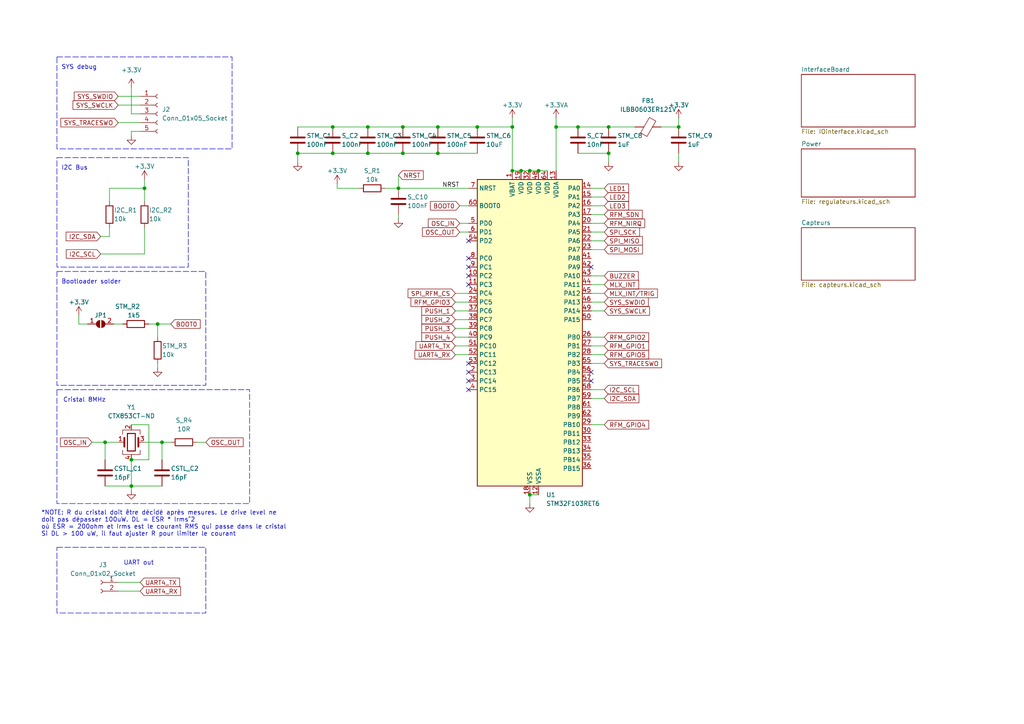
<source format=kicad_sch>
(kicad_sch (version 20231120) (generator "eeschema") (generator_version "8.0")
  (paper "A4")
  (title_block (title "IdeFIX") (rev "v2") (company "GAUL"))
  (lib_symbols
    (symbol "Connector:Conn_01x02_Socket" (pin_names (offset 1.016) hide)
      (property "Reference" "J" (at 0 2.54 0))
      (property "Value" "Conn_01x02_Socket" (at 0 -5.08 0))
      (symbol "Conn_01x02_Socket_1_1"
        (arc (start 0 -2.032) (mid -0.5058 -2.54) (end 0 -3.048) (stroke (width 0.1524)))
        (polyline (pts (xy -1.27 -2.54) (xy -0.508 -2.54)) (stroke (width 0.1524)))
        (polyline (pts (xy -1.27 0) (xy -0.508 0)) (stroke (width 0.1524)))
        (arc (start 0 0.508) (mid -0.5058 0) (end 0 -0.508) (stroke (width 0.1524)))
        (pin passive line (at -5.08 0 0) (length 3.81) (name "Pin_1") (number "1"))
        (pin passive line (at -5.08 -2.54 0) (length 3.81) (name "Pin_2") (number "2"))
      )
    )
    (symbol "Connector:Conn_01x05_Socket" (pin_names (offset 1.016) hide)
      (property "Reference" "J" (at 0 7.62 0))
      (property "Value" "Conn_01x05_Socket" (at 0 -7.62 0))
      (symbol "Conn_01x05_Socket_1_1"
        (arc (start 0 -4.572) (mid -0.5058 -5.08) (end 0 -5.588) (stroke (width 0.1524)))
        (arc (start 0 -2.032) (mid -0.5058 -2.54) (end 0 -3.048) (stroke (width 0.1524)))
        (polyline (pts (xy -1.27 -5.08) (xy -0.508 -5.08)) (stroke (width 0.1524)))
        (polyline (pts (xy -1.27 -2.54) (xy -0.508 -2.54)) (stroke (width 0.1524)))
        (polyline (pts (xy -1.27 0) (xy -0.508 0)) (stroke (width 0.1524)))
        (polyline (pts (xy -1.27 2.54) (xy -0.508 2.54)) (stroke (width 0.1524)))
        (polyline (pts (xy -1.27 5.08) (xy -0.508 5.08)) (stroke (width 0.1524)))
        (arc (start 0 0.508) (mid -0.5058 0) (end 0 -0.508) (stroke (width 0.1524)))
        (arc (start 0 3.048) (mid -0.5058 2.54) (end 0 2.032) (stroke (width 0.1524)))
        (arc (start 0 5.588) (mid -0.5058 5.08) (end 0 4.572) (stroke (width 0.1524)))
        (pin passive line (at -5.08 5.08 0) (length 3.81) (name "Pin_1") (number "1"))
        (pin passive line (at -5.08 2.54 0) (length 3.81) (name "Pin_2") (number "2"))
        (pin passive line (at -5.08 0 0) (length 3.81) (name "Pin_3") (number "3"))
        (pin passive line (at -5.08 -2.54 0) (length 3.81) (name "Pin_4") (number "4"))
        (pin passive line (at -5.08 -5.08 0) (length 3.81) (name "Pin_5") (number "5"))
      )
    )
    (symbol "Device:C" (pin_numbers hide) (pin_names (offset 0.254))
      (property "Reference" "C" (at 0.635 2.54 0))
      (property "Value" "C" (at 0.635 -2.54 0))
      (symbol "C_0_1"
        (polyline (pts (xy -2.032 -0.762) (xy 2.032 -0.762)) (stroke (width 0.508)))
        (polyline (pts (xy -2.032 0.762) (xy 2.032 0.762)) (stroke (width 0.508)))
      )
      (symbol "C_1_1"
        (pin passive line (at 0 3.81 270) (length 2.794) (name "~") (number "1"))
        (pin passive line (at 0 -3.81 90) (length 2.794) (name "~") (number "2"))
      )
    )
    (symbol "Device:Crystal_GND24" (pin_names (offset 1.016) hide)
      (property "Reference" "Y" (at 3.175 5.08 0))
      (property "Value" "Crystal_GND24" (at 3.175 3.175 0))
      (symbol "Crystal_GND24_0_1"
        (rectangle (start -1.143 2.54) (end 1.143 -2.54) (stroke (width 0.3048)))
        (polyline (pts (xy -2.54 0) (xy -2.032 0)))
        (polyline (pts (xy -2.032 -1.27) (xy -2.032 1.27)) (stroke (width 0.508)))
        (polyline (pts (xy 0 -3.81) (xy 0 -3.556)))
        (polyline (pts (xy 0 3.556) (xy 0 3.81)))
        (polyline (pts (xy 2.032 -1.27) (xy 2.032 1.27)) (stroke (width 0.508)))
        (polyline (pts (xy 2.032 0) (xy 2.54 0)))
        (polyline (pts (xy -2.54 -2.286) (xy -2.54 -3.556) (xy 2.54 -3.556) (xy 2.54 -2.286)))
        (polyline (pts (xy -2.54 2.286) (xy -2.54 3.556) (xy 2.54 3.556) (xy 2.54 2.286)))
      )
      (symbol "Crystal_GND24_1_1"
        (pin passive line (at -3.81 0 0) (length 1.27) (name "1") (number "1"))
        (pin passive line (at 0 5.08 270) (length 1.27) (name "2") (number "2"))
        (pin passive line (at 3.81 0 180) (length 1.27) (name "3") (number "3"))
        (pin passive line (at 0 -5.08 90) (length 1.27) (name "4") (number "4"))
      )
    )
    (symbol "Device:FerriteBead" (pin_numbers hide) (pin_names (offset 0))
      (property "Reference" "FB" (at -3.81 0.635 90))
      (property "Value" "FerriteBead" (at 3.81 0 90))
      (symbol "FerriteBead_0_1"
        (polyline (pts (xy 0 -1.27) (xy 0 -1.2192)))
        (polyline (pts (xy 0 1.27) (xy 0 1.2954)))
        (polyline (pts (xy -2.7686 0.4064) (xy -1.7018 2.2606) (xy 2.7686 -0.3048) (xy 1.6764 -2.159) (xy -2.7686 0.4064)))
      )
      (symbol "FerriteBead_1_1"
        (pin passive line (at 0 3.81 270) (length 2.54) (name "~") (number "1"))
        (pin passive line (at 0 -3.81 90) (length 2.54) (name "~") (number "2"))
      )
    )
    (symbol "Device:R" (pin_numbers hide) (pin_names (offset 0))
      (property "Reference" "R" (at 2.032 0 90))
      (property "Value" "R" (at 0 0 90))
      (symbol "R_0_1"
        (rectangle (start -1.016 -2.54) (end 1.016 2.54) (stroke (width 0.254)))
      )
      (symbol "R_1_1"
        (pin passive line (at 0 3.81 270) (length 1.27) (name "~") (number "1"))
        (pin passive line (at 0 -3.81 90) (length 1.27) (name "~") (number "2"))
      )
    )
    (symbol "Jumper:SolderJumper_2_Open" (pin_names (offset 0) hide)
      (property "Reference" "JP" (at 0 2.032 0))
      (property "Value" "SolderJumper_2_Open" (at 0 -2.54 0))
      (symbol "SolderJumper_2_Open_0_1"
        (arc (start -0.254 1.016) (mid -1.2656 0) (end -0.254 -1.016))
        (arc (start -0.254 1.016) (mid -1.2656 0) (end -0.254 -1.016) (fill (type outline)))
        (polyline (pts (xy -0.254 1.016) (xy -0.254 -1.016)))
        (polyline (pts (xy 0.254 1.016) (xy 0.254 -1.016)))
        (arc (start 0.254 -1.016) (mid 1.2656 0) (end 0.254 1.016))
        (arc (start 0.254 -1.016) (mid 1.2656 0) (end 0.254 1.016) (fill (type outline)))
      )
      (symbol "SolderJumper_2_Open_1_1"
        (pin passive line (at -3.81 0 0) (length 2.54) (name "A") (number "1"))
        (pin passive line (at 3.81 0 180) (length 2.54) (name "B") (number "2"))
      )
    )
    (symbol "power:+3.3V" (power) (pin_names (offset 0))
      (property "Value" "+3.3V" (at 0 3.556 0))
      (symbol "+3.3V_0_1"
        (polyline (pts (xy -0.762 1.27) (xy 0 2.54)))
        (polyline (pts (xy 0 0) (xy 0 2.54)))
        (polyline (pts (xy 0 2.54) (xy 0.762 1.27)))
      )
      (symbol "+3.3V_1_1"
        (pin power_in line (at 0 0 90) (length 0) hide (name "+3.3V") (number "1"))
      )
    )
    (symbol "power:+3.3VA" (power) (pin_names (offset 0))
      (property "Value" "+3.3VA" (at 0 3.556 0))
      (symbol "+3.3VA_0_1"
        (polyline (pts (xy -0.762 1.27) (xy 0 2.54)))
        (polyline (pts (xy 0 0) (xy 0 2.54)))
        (polyline (pts (xy 0 2.54) (xy 0.762 1.27)))
      )
      (symbol "+3.3VA_1_1"
        (pin power_in line (at 0 0 90) (length 0) hide (name "+3.3VA") (number "1"))
      )
    )
    (symbol "power:GND" (power) (pin_names (offset 0))
      (property "Value" "GND" (at 0 -3.81 0))
      (symbol "GND_0_1"
        (polyline (pts (xy 0 0) (xy 0 -1.27) (xy 1.27 -1.27) (xy 0 -2.54) (xy -1.27 -1.27) (xy 0 -1.27)))
      )
      (symbol "GND_1_1"
        (pin power_in line (at 0 0 270) (length 0) hide (name "GND") (number "1"))
      )
    )
    (symbol "symbol-receiver:STM32F103RET6"
      (property "Reference" "U" (at -15.24 46.99 0))
      (property "Value" "STM32F103RET6" (at 10.16 46.99 0))
      (symbol "STM32F103RET6_0_1"
        (rectangle (start -15.24 -43.18) (end 15.24 45.72) (stroke (width 0.254)) (fill (type background)))
      )
      (symbol "STM32F103RET6_1_1"
        (pin power_in line (at -5.08 48.26 270) (length 2.54) (name "VBAT") (number "1"))
        (pin bidirectional line (at -17.78 17.78 0) (length 2.54) (name "PC2") (number "10"))
        (pin bidirectional line (at -17.78 15.24 0) (length 2.54) (name "PC3") (number "11"))
        (pin power_in line (at 2.54 -45.72 90) (length 2.54) (name "VSSA") (number "12"))
        (pin power_in line (at 7.62 48.26 270) (length 2.54) (name "VDDA") (number "13"))
        (pin bidirectional line (at 17.78 43.18 180) (length 2.54) (name "PA0") (number "14"))
        (pin bidirectional line (at 17.78 40.64 180) (length 2.54) (name "PA1") (number "15"))
        (pin bidirectional line (at 17.78 38.1 180) (length 2.54) (name "PA2") (number "16"))
        (pin bidirectional line (at 17.78 35.56 180) (length 2.54) (name "PA3") (number "17"))
        (pin power_in line (at 0 -45.72 90) (length 2.54) (name "VSS") (number "18"))
        (pin power_in line (at -2.54 48.26 270) (length 2.54) (name "VDD") (number "19"))
        (pin bidirectional line (at -17.78 -10.16 0) (length 2.54) (name "PC13") (number "2"))
        (pin bidirectional line (at 17.78 33.02 180) (length 2.54) (name "PA4") (number "20"))
        (pin bidirectional line (at 17.78 30.48 180) (length 2.54) (name "PA5") (number "21"))
        (pin bidirectional line (at 17.78 27.94 180) (length 2.54) (name "PA6") (number "22"))
        (pin bidirectional line (at 17.78 25.4 180) (length 2.54) (name "PA7") (number "23"))
        (pin bidirectional line (at -17.78 12.7 0) (length 2.54) (name "PC4") (number "24"))
        (pin bidirectional line (at -17.78 10.16 0) (length 2.54) (name "PC5") (number "25"))
        (pin bidirectional line (at 17.78 0 180) (length 2.54) (name "PB0") (number "26"))
        (pin bidirectional line (at 17.78 -2.54 180) (length 2.54) (name "PB1") (number "27"))
        (pin bidirectional line (at 17.78 -5.08 180) (length 2.54) (name "PB2") (number "28"))
        (pin bidirectional line (at 17.78 -25.4 180) (length 2.54) (name "PB10") (number "29"))
        (pin bidirectional line (at -17.78 -12.7 0) (length 2.54) (name "PC14") (number "3"))
        (pin bidirectional line (at 17.78 -27.94 180) (length 2.54) (name "PB11") (number "30"))
        (pin passive line (at 0 -45.72 90) (length 2.54) hide (name "VSS") (number "31"))
        (pin power_in line (at 0 48.26 270) (length 2.54) (name "VDD") (number "32"))
        (pin bidirectional line (at 17.78 -30.48 180) (length 2.54) (name "PB12") (number "33"))
        (pin bidirectional line (at 17.78 -33.02 180) (length 2.54) (name "PB13") (number "34"))
        (pin bidirectional line (at 17.78 -35.56 180) (length 2.54) (name "PB14") (number "35"))
        (pin bidirectional line (at 17.78 -38.1 180) (length 2.54) (name "PB15") (number "36"))
        (pin bidirectional line (at -17.78 7.62 0) (length 2.54) (name "PC6") (number "37"))
        (pin bidirectional line (at -17.78 5.08 0) (length 2.54) (name "PC7") (number "38"))
        (pin bidirectional line (at -17.78 2.54 0) (length 2.54) (name "PC8") (number "39"))
        (pin bidirectional line (at -17.78 -15.24 0) (length 2.54) (name "PC15") (number "4"))
        (pin bidirectional line (at -17.78 0 0) (length 2.54) (name "PC9") (number "40"))
        (pin bidirectional line (at 17.78 22.86 180) (length 2.54) (name "PA8") (number "41"))
        (pin bidirectional line (at 17.78 20.32 180) (length 2.54) (name "PA9") (number "42"))
        (pin bidirectional line (at 17.78 17.78 180) (length 2.54) (name "PA10") (number "43"))
        (pin bidirectional line (at 17.78 15.24 180) (length 2.54) (name "PA11") (number "44"))
        (pin bidirectional line (at 17.78 12.7 180) (length 2.54) (name "PA12") (number "45"))
        (pin bidirectional line (at 17.78 10.16 180) (length 2.54) (name "PA13") (number "46"))
        (pin passive line (at 0 -45.72 90) (length 2.54) hide (name "VSS") (number "47"))
        (pin power_in line (at 2.54 48.26 270) (length 2.54) (name "VDD") (number "48"))
        (pin bidirectional line (at 17.78 7.62 180) (length 2.54) (name "PA14") (number "49"))
        (pin bidirectional line (at -17.78 33.02 0) (length 2.54) (name "PD0") (number "5"))
        (pin bidirectional line (at 17.78 5.08 180) (length 2.54) (name "PA15") (number "50"))
        (pin bidirectional line (at -17.78 -2.54 0) (length 2.54) (name "PC10") (number "51"))
        (pin bidirectional line (at -17.78 -5.08 0) (length 2.54) (name "PC11") (number "52"))
        (pin bidirectional line (at -17.78 -7.62 0) (length 2.54) (name "PC12") (number "53"))
        (pin bidirectional line (at -17.78 27.94 0) (length 2.54) (name "PD2") (number "54"))
        (pin bidirectional line (at 17.78 -7.62 180) (length 2.54) (name "PB3") (number "55"))
        (pin bidirectional line (at 17.78 -10.16 180) (length 2.54) (name "PB4") (number "56"))
        (pin bidirectional line (at 17.78 -12.7 180) (length 2.54) (name "PB5") (number "57"))
        (pin bidirectional line (at 17.78 -15.24 180) (length 2.54) (name "PB6") (number "58"))
        (pin bidirectional line (at 17.78 -17.78 180) (length 2.54) (name "PB7") (number "59"))
        (pin bidirectional line (at -17.78 30.48 0) (length 2.54) (name "PD1") (number "6"))
        (pin input line (at -17.78 38.1 0) (length 2.54) (name "BOOT0") (number "60"))
        (pin bidirectional line (at 17.78 -20.32 180) (length 2.54) (name "PB8") (number "61"))
        (pin bidirectional line (at 17.78 -22.86 180) (length 2.54) (name "PB9") (number "62"))
        (pin passive line (at 0 -45.72 90) (length 2.54) hide (name "VSS") (number "63"))
        (pin power_in line (at 5.08 48.26 270) (length 2.54) (name "VDD") (number "64"))
        (pin input line (at -17.78 43.18 0) (length 2.54) (name "NRST") (number "7"))
        (pin bidirectional line (at -17.78 22.86 0) (length 2.54) (name "PC0") (number "8"))
        (pin bidirectional line (at -17.78 20.32 0) (length 2.54) (name "PC1") (number "9"))
      )
    )
  )
  (junction (at 106.68 36.83))
  (junction (at 176.53 36.83))
  (junction (at 156.21 49.53))
  (junction (at 148.59 36.83))
  (junction (at 30.48 128.27))
  (junction (at 161.29 36.83))
  (junction (at 45.72 93.98))
  (junction (at 96.52 36.83))
  (junction (at 153.67 143.51))
  (junction (at 116.84 44.45))
  (junction (at 96.52 44.45))
  (junction (at 148.59 49.53))
  (junction (at 86.36 44.45))
  (junction (at 116.84 36.83))
  (junction (at 41.91 54.61))
  (junction (at 106.68 44.45))
  (junction (at 151.13 49.53))
  (junction (at 127 44.45))
  (junction (at 46.99 128.27))
  (junction (at 115.57 54.61))
  (junction (at 38.1 133.35))
  (junction (at 196.85 36.83))
  (junction (at 38.1 140.97))
  (junction (at 138.43 36.83))
  (junction (at 167.64 36.83))
  (junction (at 153.67 49.53))
  (junction (at 176.53 44.45))
  (junction (at 127 36.83))
  (no_connect (at 135.89 77.47))
  (no_connect (at 135.89 69.85))
  (no_connect (at 135.89 82.55))
  (no_connect (at 171.45 77.47))
  (no_connect (at 135.89 105.41))
  (no_connect (at 135.89 110.49))
  (no_connect (at 171.45 110.49))
  (no_connect (at 135.89 80.01))
  (no_connect (at 135.89 74.93))
  (no_connect (at 135.89 107.95))
  (no_connect (at 135.89 113.03))
  (no_connect (at 171.45 107.95))
  (wire (pts (xy 153.67 49.53) (xy 156.21 49.53)))
  (wire (pts (xy 171.45 115.57) (xy 175.26 115.57)))
  (wire (pts (xy 86.36 44.45) (xy 86.36 46.99)))
  (wire (pts (xy 167.64 36.83) (xy 176.53 36.83)))
  (wire (pts (xy 45.72 105.41) (xy 45.72 106.68)))
  (wire (pts (xy 191.77 36.83) (xy 196.85 36.83)))
  (wire (pts (xy 97.79 54.61) (xy 104.14 54.61)))
  (wire (pts (xy 171.45 80.01) (xy 175.26 80.01)))
  (wire (pts (xy 171.45 57.15) (xy 175.26 57.15)))
  (wire (pts (xy 38.1 140.97) (xy 38.1 133.35)))
  (wire (pts (xy 40.64 33.02) (xy 38.1 33.02)))
  (wire (pts (xy 176.53 36.83) (xy 184.15 36.83)))
  (wire (pts (xy 38.1 123.19) (xy 43.18 123.19)))
  (wire (pts (xy 38.1 39.37) (xy 38.1 38.1)))
  (wire (pts (xy 151.13 49.53) (xy 153.67 49.53)))
  (wire (pts (xy 22.86 93.98) (xy 25.4 93.98)))
  (wire (pts (xy 132.08 90.17) (xy 135.89 90.17)))
  (wire (pts (xy 171.45 97.79) (xy 175.26 97.79)))
  (wire (pts (xy 132.08 97.79) (xy 135.89 97.79)))
  (wire (pts (xy 31.75 54.61) (xy 41.91 54.61)))
  (wire (pts (xy 38.1 142.24) (xy 38.1 140.97)))
  (wire (pts (xy 34.29 168.91) (xy 40.64 168.91)))
  (wire (pts (xy 138.43 36.83) (xy 148.59 36.83)))
  (wire (pts (xy 45.72 93.98) (xy 45.72 97.79)))
  (wire (pts (xy 171.45 90.17) (xy 175.26 90.17)))
  (wire (pts (xy 153.67 143.51) (xy 153.67 146.05)))
  (wire (pts (xy 45.72 93.98) (xy 49.53 93.98)))
  (wire (pts (xy 30.48 140.97) (xy 38.1 140.97)))
  (wire (pts (xy 116.84 36.83) (xy 127 36.83)))
  (wire (pts (xy 196.85 34.29) (xy 196.85 36.83)))
  (wire (pts (xy 116.84 44.45) (xy 106.68 44.45)))
  (wire (pts (xy 171.45 64.77) (xy 175.26 64.77)))
  (wire (pts (xy 46.99 128.27) (xy 46.99 133.35)))
  (wire (pts (xy 34.29 27.94) (xy 40.64 27.94)))
  (wire (pts (xy 135.89 64.77) (xy 133.35 64.77)))
  (wire (pts (xy 43.18 123.19) (xy 43.18 133.35)))
  (wire (pts (xy 171.45 67.31) (xy 175.26 67.31)))
  (wire (pts (xy 30.48 128.27) (xy 34.29 128.27)))
  (wire (pts (xy 115.57 50.8) (xy 115.57 54.61)))
  (wire (pts (xy 171.45 82.55) (xy 175.26 82.55)))
  (wire (pts (xy 176.53 44.45) (xy 176.53 46.99)))
  (wire (pts (xy 127 36.83) (xy 138.43 36.83)))
  (wire (pts (xy 111.76 54.61) (xy 115.57 54.61)))
  (wire (pts (xy 38.1 38.1) (xy 40.64 38.1)))
  (wire (pts (xy 41.91 52.07) (xy 41.91 54.61)))
  (wire (pts (xy 171.45 85.09) (xy 175.26 85.09)))
  (wire (pts (xy 161.29 34.29) (xy 161.29 36.83)))
  (wire (pts (xy 29.21 73.66) (xy 41.91 73.66)))
  (wire (pts (xy 138.43 44.45) (xy 127 44.45)))
  (wire (pts (xy 171.45 113.03) (xy 175.26 113.03)))
  (wire (pts (xy 33.02 93.98) (xy 35.56 93.98)))
  (wire (pts (xy 133.35 67.31) (xy 135.89 67.31)))
  (wire (pts (xy 38.1 140.97) (xy 46.99 140.97)))
  (wire (pts (xy 132.08 92.71) (xy 135.89 92.71)))
  (wire (pts (xy 29.21 68.58) (xy 31.75 68.58)))
  (wire (pts (xy 132.08 100.33) (xy 135.89 100.33)))
  (wire (pts (xy 22.86 91.44) (xy 22.86 93.98)))
  (wire (pts (xy 106.68 44.45) (xy 96.52 44.45)))
  (wire (pts (xy 171.45 72.39) (xy 175.26 72.39)))
  (wire (pts (xy 148.59 34.29) (xy 148.59 36.83)))
  (wire (pts (xy 133.35 59.69) (xy 135.89 59.69)))
  (wire (pts (xy 86.36 36.83) (xy 96.52 36.83)))
  (wire (pts (xy 171.45 123.19) (xy 175.26 123.19)))
  (wire (pts (xy 34.29 35.56) (xy 40.64 35.56)))
  (wire (pts (xy 132.08 95.25) (xy 135.89 95.25)))
  (wire (pts (xy 132.08 87.63) (xy 135.89 87.63)))
  (wire (pts (xy 156.21 49.53) (xy 158.75 49.53)))
  (wire (pts (xy 171.45 59.69) (xy 175.26 59.69)))
  (wire (pts (xy 30.48 128.27) (xy 30.48 133.35)))
  (wire (pts (xy 171.45 105.41) (xy 175.26 105.41)))
  (wire (pts (xy 43.18 93.98) (xy 45.72 93.98)))
  (wire (pts (xy 97.79 53.34) (xy 97.79 54.61)))
  (wire (pts (xy 41.91 54.61) (xy 41.91 58.42)))
  (wire (pts (xy 96.52 36.83) (xy 106.68 36.83)))
  (wire (pts (xy 171.45 100.33) (xy 175.26 100.33)))
  (wire (pts (xy 171.45 102.87) (xy 175.26 102.87)))
  (wire (pts (xy 171.45 54.61) (xy 175.26 54.61)))
  (wire (pts (xy 57.15 128.27) (xy 59.69 128.27)))
  (wire (pts (xy 115.57 54.61) (xy 135.89 54.61)))
  (wire (pts (xy 153.67 143.51) (xy 156.21 143.51)))
  (wire (pts (xy 132.08 102.87) (xy 135.89 102.87)))
  (wire (pts (xy 34.29 30.48) (xy 40.64 30.48)))
  (wire (pts (xy 148.59 36.83) (xy 148.59 49.53)))
  (wire (pts (xy 38.1 25.4) (xy 38.1 33.02)))
  (wire (pts (xy 171.45 69.85) (xy 175.26 69.85)))
  (wire (pts (xy 96.52 44.45) (xy 86.36 44.45)))
  (wire (pts (xy 161.29 36.83) (xy 167.64 36.83)))
  (wire (pts (xy 148.59 49.53) (xy 151.13 49.53)))
  (wire (pts (xy 34.29 171.45) (xy 40.64 171.45)))
  (wire (pts (xy 41.91 128.27) (xy 46.99 128.27)))
  (wire (pts (xy 26.67 128.27) (xy 30.48 128.27)))
  (wire (pts (xy 46.99 128.27) (xy 49.53 128.27)))
  (wire (pts (xy 171.45 62.23) (xy 175.26 62.23)))
  (wire (pts (xy 127 44.45) (xy 116.84 44.45)))
  (wire (pts (xy 161.29 36.83) (xy 161.29 49.53)))
  (wire (pts (xy 41.91 73.66) (xy 41.91 66.04)))
  (wire (pts (xy 196.85 46.99) (xy 196.85 44.45)))
  (wire (pts (xy 31.75 58.42) (xy 31.75 54.61)))
  (wire (pts (xy 115.57 62.23) (xy 115.57 63.5)))
  (wire (pts (xy 167.64 44.45) (xy 176.53 44.45)))
  (wire (pts (xy 31.75 68.58) (xy 31.75 66.04)))
  (wire (pts (xy 43.18 133.35) (xy 38.1 133.35)))
  (wire (pts (xy 132.08 85.09) (xy 135.89 85.09)))
  (wire (pts (xy 106.68 36.83) (xy 116.84 36.83)))
  (wire (pts (xy 171.45 87.63) (xy 175.26 87.63)))
  (rectangle (start 16.51 16.51) (end 67.31 43.18) (stroke (width 0) (type dash)))
  (rectangle (start 16.51 78.74) (end 59.69 111.76) (stroke (width 0) (type dash)))
  (rectangle (start 16.51 158.75) (end 59.69 177.8) (stroke (width 0) (type dash)))
  (rectangle (start 16.51 113.03) (end 72.39 146.05) (stroke (width 0) (type dash)))
  (rectangle (start 16.51 45.72) (end 54.61 77.47) (stroke (width 0) (type dash)))
  (text "I2C Bus" (at 17.78 49.53 0) (effects (font (size 1.27 1.27)) (justify left bottom)))
  (text "Cristal 8MHz" (at 18.288 116.84 0) (effects (font (size 1.27 1.27)) (justify left bottom)))
  (text "Bootloader solder" (at 17.78 82.55 0) (effects (font (size 1.27 1.27)) (justify left bottom)))
  (text "SYS debug\n" (at 17.78 20.32 0) (effects (font (size 1.27 1.27)) (justify left bottom)))
  (text "*NOTE: R du cristal doit être décidé après mesures. Le drive level ne\ndoit pas dépasser 100uW. DL = ESR * Irms^2\noù ESR = 200ohm et Irms est le courant RMS qui passe dans le cristal\nSi DL > 100 uW, il faut ajuster R pour limiter le courant" (at 11.938 151.892 0) (effects (font (size 1.27 1.27)) (justify left)))
  (text "UART out\n" (at 35.814 164.084 0) (effects (font (size 1.27 1.27)) (justify left bottom)))
  (label "NRST" (at 128.27 54.61 0))
  (global_label "MLX_INT{slash}TRIG" (shape input) (at 175.26 85.09 0) (property "Intersheetrefs" "${INTERSHEET_REFS}" (effects (hide yes))))
  (global_label "SPI_RFM_CS" (shape input) (at 132.08 85.09 180) (property "Intersheetrefs" "${INTERSHEET_REFS}" (effects (hide yes))))
  (global_label "RFM_GPIO2" (shape input) (at 175.26 97.79 0) (property "Intersheetrefs" "${INTERSHEET_REFS}" (effects (hide yes))))
  (global_label "OSC_IN" (shape input) (at 26.67 128.27 180) (property "Intersheetrefs" "${INTERSHEET_REFS}" (effects (hide yes))))
  (global_label "PUSH_4" (shape input) (at 132.08 97.79 180) (property "Intersheetrefs" "${INTERSHEET_REFS}" (effects (hide yes))))
  (global_label "BOOT0" (shape input) (at 49.53 93.98 0) (property "Intersheetrefs" "${INTERSHEET_REFS}" (effects (hide yes))))
  (global_label "LED1" (shape input) (at 175.26 54.61 0) (property "Intersheetrefs" "${INTERSHEET_REFS}" (effects (hide yes))))
  (global_label "PUSH_3" (shape input) (at 132.08 95.25 180) (property "Intersheetrefs" "${INTERSHEET_REFS}" (effects (hide yes))))
  (global_label "I2C_SDA" (shape input) (at 29.21 68.58 180) (property "Intersheetrefs" "${INTERSHEET_REFS}" (effects (hide yes))))
  (global_label "RFM_GPIO5" (shape input) (at 175.26 102.87 0) (property "Intersheetrefs" "${INTERSHEET_REFS}" (effects (hide yes))))
  (global_label "I2C_SCL" (shape input) (at 29.21 73.66 180) (property "Intersheetrefs" "${INTERSHEET_REFS}" (effects (hide yes))))
  (global_label "UART4_RX" (shape input) (at 40.64 171.45 0) (property "Intersheetrefs" "${INTERSHEET_REFS}" (effects (hide yes))))
  (global_label "LED2" (shape input) (at 175.26 57.15 0) (property "Intersheetrefs" "${INTERSHEET_REFS}" (effects (hide yes))))
  (global_label "UART4_TX" (shape input) (at 40.64 168.91 0) (property "Intersheetrefs" "${INTERSHEET_REFS}" (effects (hide yes))))
  (global_label "I2C_SCL" (shape input) (at 175.26 113.03 0) (property "Intersheetrefs" "${INTERSHEET_REFS}" (effects (hide yes))))
  (global_label "SPI_MISO" (shape input) (at 175.26 69.85 0) (property "Intersheetrefs" "${INTERSHEET_REFS}" (effects (hide yes))))
  (global_label "PUSH_1" (shape input) (at 132.08 90.17 180) (property "Intersheetrefs" "${INTERSHEET_REFS}" (effects (hide yes))))
  (global_label "UART4_RX" (shape input) (at 132.08 102.87 180) (property "Intersheetrefs" "${INTERSHEET_REFS}" (effects (hide yes))))
  (global_label "BUZZER" (shape input) (at 175.26 80.01 0) (property "Intersheetrefs" "${INTERSHEET_REFS}" (effects (hide yes))))
  (global_label "SYS_TRACESWO" (shape input) (at 34.29 35.56 180) (property "Intersheetrefs" "${INTERSHEET_REFS}" (effects (hide yes))))
  (global_label "SYS_SWCLK" (shape input) (at 34.29 30.48 180) (property "Intersheetrefs" "${INTERSHEET_REFS}" (effects (hide yes))))
  (global_label "SPI_MOSI" (shape input) (at 175.26 72.39 0) (property "Intersheetrefs" "${INTERSHEET_REFS}" (effects (hide yes))))
  (global_label "RFM_GPIO4" (shape input) (at 175.26 123.19 0) (property "Intersheetrefs" "${INTERSHEET_REFS}" (effects (hide yes))))
  (global_label "SYS_TRACESWO" (shape input) (at 175.26 105.41 0) (property "Intersheetrefs" "${INTERSHEET_REFS}" (effects (hide yes))))
  (global_label "RFM_GPIO3" (shape input) (at 132.08 87.63 180) (property "Intersheetrefs" "${INTERSHEET_REFS}" (effects (hide yes))))
  (global_label "OSC_IN" (shape input) (at 133.35 64.77 180) (property "Intersheetrefs" "${INTERSHEET_REFS}" (effects (hide yes))))
  (global_label "NRST" (shape input) (at 115.57 50.8 0) (property "Intersheetrefs" "${INTERSHEET_REFS}" (effects (hide yes))))
  (global_label "SYS_SWDIO" (shape input) (at 34.29 27.94 180) (property "Intersheetrefs" "${INTERSHEET_REFS}" (effects (hide yes))))
  (global_label "MLX_INT" (shape input) (at 175.26 82.55 0) (property "Intersheetrefs" "${INTERSHEET_REFS}" (effects (hide yes))))
  (global_label "BOOT0" (shape input) (at 133.35 59.69 180) (property "Intersheetrefs" "${INTERSHEET_REFS}" (effects (hide yes))))
  (global_label "SYS_SWCLK" (shape input) (at 175.26 90.17 0) (property "Intersheetrefs" "${INTERSHEET_REFS}" (effects (hide yes))))
  (global_label "RFM_SDN" (shape input) (at 175.26 62.23 0) (property "Intersheetrefs" "${INTERSHEET_REFS}" (effects (hide yes))))
  (global_label "I2C_SDA" (shape input) (at 175.26 115.57 0) (property "Intersheetrefs" "${INTERSHEET_REFS}" (effects (hide yes))))
  (global_label "PUSH_2" (shape input) (at 132.08 92.71 180) (property "Intersheetrefs" "${INTERSHEET_REFS}" (effects (hide yes))))
  (global_label "UART4_TX" (shape input) (at 132.08 100.33 180) (property "Intersheetrefs" "${INTERSHEET_REFS}" (effects (hide yes))))
  (global_label "SPI_SCK" (shape input) (at 175.26 67.31 0) (property "Intersheetrefs" "${INTERSHEET_REFS}" (effects (hide yes))))
  (global_label "SYS_SWDIO" (shape input) (at 175.26 87.63 0) (property "Intersheetrefs" "${INTERSHEET_REFS}" (effects (hide yes))))
  (global_label "RFM_GPIO1" (shape input) (at 175.26 100.33 0) (property "Intersheetrefs" "${INTERSHEET_REFS}" (effects (hide yes))))
  (global_label "OSC_OUT" (shape input) (at 133.35 67.31 180) (property "Intersheetrefs" "${INTERSHEET_REFS}" (effects (hide yes))))
  (global_label "LED3" (shape input) (at 175.26 59.69 0) (property "Intersheetrefs" "${INTERSHEET_REFS}" (effects (hide yes))))
  (global_label "OSC_OUT" (shape input) (at 59.69 128.27 0) (property "Intersheetrefs" "${INTERSHEET_REFS}" (effects (hide yes))))
  (global_label "RFM_NIRQ" (shape input) (at 175.26 64.77 0) (property "Intersheetrefs" "${INTERSHEET_REFS}" (effects (hide yes))))
  (symbol (lib_id "symbol-receiver:STM32F103RET6") (at 153.67 97.79 0) (unit 1)
    (property "Reference" "U1" (at 158.4041 143.51 0) (effects (justify left)))
    (property "Value" "STM32F103RET6" (at 158.4041 146.05 0) (effects (justify left)))
    (property "Footprint" "Footprints:LQFP64-10x10mm" (effects (hide yes)))
    (property "Datasheet" "https://www.st.com/resource/en/datasheet/stm32f103re.pdf" (effects (hide yes)))
    (property "Digikey" "497-6444-ND" (effects (hide yes)))
  )
  (symbol (lib_id "power:GND") (at 176.53 46.99 0) (unit 1)
    (property "Reference" "#PWR026" (effects (hide yes)))
    (property "Value" "GND" (effects (hide yes)))
  )
  (symbol (lib_id "Device:R") (at 39.37 93.98 90) (unit 1)
    (property "Reference" "STM_R2" (at 40.64 88.9 90) (effects (justify left)))
    (property "Value" "1k5" (at 40.64 91.44 90) (effects (justify left)))
    (property "Footprint" "Resistor_SMD:R_1206_3216Metric" (effects (hide yes)))
    (property "Digikey" "541-4184-1-ND" (effects (hide yes)))
  )
  (symbol (lib_id "power:GND") (at 38.1 142.24 0) (unit 1)
    (property "Reference" "#PWR037" (effects (hide yes)))
    (property "Value" "GND" (effects (hide yes)))
  )
  (symbol (lib_id "Device:C") (at 46.99 137.16 0) (unit 1)
    (property "Reference" "CSTL_C2" (at 49.53 135.89 0) (effects (justify left)))
    (property "Value" "16pF" (at 49.53 138.43 0) (effects (justify left)))
    (property "Footprint" "Capacitor_SMD:C_0603_1608Metric_Pad1.08x0.95mm_HandSolder" (effects (hide yes)))
    (property "Digikey" "399-CBR06C160F5GACCT-ND" (effects (hide yes)))
  )
  (symbol (lib_id "power:+3.3V") (at 196.85 34.29 0) (unit 1)
    (property "Reference" "#PWR023" (effects (hide yes)))
    (property "Value" "+3.3V" (at 196.85 30.48 0))
  )
  (symbol (lib_id "power:GND") (at 115.57 63.5 0) (unit 1)
    (property "Reference" "#PWR030" (effects (hide yes)))
    (property "Value" "GND" (effects (hide yes)))
  )
  (symbol (lib_id "Device:R") (at 107.95 54.61 90) (unit 1)
    (property "Reference" "S_R1" (at 107.95 49.53 90))
    (property "Value" "10k" (at 107.95 52.07 90))
    (property "Footprint" "Resistor_SMD:R_1206_3216Metric" (effects (hide yes)))
    (property "Digikey" "311-10.0KFRCT-ND" (effects (hide yes)))
  )
  (symbol (lib_id "Device:FerriteBead") (at 187.96 36.83 270) (unit 1)
    (property "Reference" "FB1" (at 188.0108 29.21 90))
    (property "Value" "ILBB0603ER121V" (at 188.0108 31.75 90))
    (property "Footprint" "Footprints:Ferrite_0603" (effects (hide yes)))
    (property "Datasheet" "https://www.digikey.ca/en/products/detail/vishay-dale/ILBB0603ER121V/2574888" (effects (hide yes)))
    (property "Description" "120 ohm @ 100 MHz" (effects (hide yes)))
    (property "Digikey" "541-2290-1-ND" (effects (hide yes)))
  )
  (symbol (lib_id "power:GND") (at 153.67 146.05 0) (unit 1)
    (property "Reference" "#PWR038" (effects (hide yes)))
    (property "Value" "GND" (effects (hide yes)))
  )
  (symbol (lib_id "power:+3.3VA") (at 161.29 34.29 0) (unit 1)
    (property "Reference" "#PWR018" (effects (hide yes)))
    (property "Value" "+3.3VA" (at 161.29 30.48 0))
  )
  (symbol (lib_id "Device:C") (at 138.43 40.64 0) (unit 1)
    (property "Reference" "STM_C6" (at 140.97 39.37 0) (effects (justify left)))
    (property "Value" "10uF" (at 140.97 41.91 0) (effects (justify left)))
    (property "Footprint" "Capacitor_SMD:C_1206_3216Metric" (effects (hide yes)))
    (property "Digikey" "  2679-AGC1206X6S250-106KXETR-ND" (effects (hide yes)))
  )
  (symbol (lib_id "power:+3.3V") (at 148.59 34.29 0) (unit 1)
    (property "Reference" "#PWR016" (effects (hide yes)))
    (property "Value" "+3.3V" (at 148.59 30.48 0))
  )
  (symbol (lib_id "Jumper:SolderJumper_2_Open") (at 29.21 93.98 0) (unit 1)
    (property "Reference" "JP1" (at 29.21 91.44 0))
    (property "Value" "SolderJumper_2_Open" (effects (hide yes)))
    (property "Footprint" "Jumper:SolderJumper-2_P1.3mm_Open_TrianglePad1.0x1.5mm" (effects (hide yes)))
  )
  (symbol (lib_id "power:+3.3V") (at 38.1 25.4 0) (unit 1)
    (property "Reference" "#PWR015" (effects (hide yes)))
    (property "Value" "+3.3V" (at 38.1 20.32 0))
  )
  (symbol (lib_id "power:+3.3V") (at 41.91 52.07 0) (unit 1)
    (property "Reference" "#PWR028" (effects (hide yes)))
    (property "Value" "+3.3V" (at 41.91 48.26 0))
  )
  (symbol (lib_id "Device:R") (at 31.75 62.23 0) (unit 1)
    (property "Reference" "I2C_R1" (at 33.02 60.96 0) (effects (justify left)))
    (property "Value" "10k" (at 33.02 63.5 0) (effects (justify left)))
    (property "Footprint" "Resistor_SMD:R_1206_3216Metric" (effects (hide yes)))
    (property "Digikey" "311-10.0KFRCT-ND" (effects (hide yes)))
  )
  (symbol (lib_id "Device:C") (at 96.52 40.64 0) (unit 1)
    (property "Reference" "S_C2" (at 99.06 39.37 0) (effects (justify left)))
    (property "Value" "100nF" (at 99.06 41.91 0) (effects (justify left)))
    (property "Footprint" "Capacitor_SMD:C_1206_3216Metric" (effects (hide yes)))
    (property "Digikey" "399-C1206C104K5RACTUCT-ND" (effects (hide yes)))
  )
  (symbol (lib_id "Device:C") (at 106.68 40.64 0) (unit 1)
    (property "Reference" "STM_C3" (at 109.22 39.37 0) (effects (justify left)))
    (property "Value" "100nF" (at 109.22 41.91 0) (effects (justify left)))
    (property "Footprint" "Capacitor_SMD:C_1206_3216Metric" (effects (hide yes)))
    (property "Digikey" "399-C1206C104K5RACTUCT-ND" (effects (hide yes)))
  )
  (symbol (lib_id "Device:R") (at 45.72 101.6 0) (unit 1)
    (property "Reference" "STM_R3" (at 46.99 100.33 0) (effects (justify left)))
    (property "Value" "10k" (at 46.99 102.87 0) (effects (justify left)))
    (property "Footprint" "Resistor_SMD:R_1206_3216Metric" (effects (hide yes)))
    (property "Digikey" "311-10.0KFRCT-ND" (effects (hide yes)))
  )
  (symbol (lib_id "power:GND") (at 196.85 46.99 0) (unit 1)
    (property "Reference" "#PWR027" (effects (hide yes)))
    (property "Value" "GND" (effects (hide yes)))
  )
  (symbol (lib_id "Device:C") (at 30.48 137.16 0) (unit 1)
    (property "Reference" "CSTL_C1" (at 33.02 135.89 0) (effects (justify left)))
    (property "Value" "16pF" (at 33.02 138.43 0) (effects (justify left)))
    (property "Footprint" "Capacitor_SMD:C_0603_1608Metric_Pad1.08x0.95mm_HandSolder" (effects (hide yes)))
    (property "Digikey" "399-CBR06C160F5GACCT-ND" (effects (hide yes)))
  )
  (symbol (lib_id "Device:C") (at 196.85 40.64 0) (unit 1)
    (property "Reference" "STM_C9" (at 199.39 39.37 0) (effects (justify left)))
    (property "Value" "1uF" (at 199.39 41.91 0) (effects (justify left)))
    (property "Footprint" "Capacitor_SMD:C_1206_3216Metric" (effects (hide yes)))
    (property "Digikey" "1276-1068-1-ND" (effects (hide yes)))
  )
  (symbol (lib_id "Device:C") (at 176.53 40.64 0) (unit 1)
    (property "Reference" "STM_C8" (at 179.07 39.37 0) (effects (justify left)))
    (property "Value" "1uF" (at 179.07 41.91 0) (effects (justify left)))
    (property "Footprint" "Capacitor_SMD:C_1206_3216Metric" (effects (hide yes)))
    (property "Digikey" "1276-1068-1-ND" (effects (hide yes)))
  )
  (symbol (lib_id "Device:C") (at 116.84 40.64 0) (unit 1)
    (property "Reference" "STM_C4" (at 119.38 39.37 0) (effects (justify left)))
    (property "Value" "100nF" (at 119.38 41.91 0) (effects (justify left)))
    (property "Footprint" "Capacitor_SMD:C_1206_3216Metric" (effects (hide yes)))
    (property "Digikey" "399-C1206C104K5RACTUCT-ND" (effects (hide yes)))
  )
  (symbol (lib_id "power:+3.3V") (at 97.79 53.34 0) (unit 1)
    (property "Reference" "#PWR029" (effects (hide yes)))
    (property "Value" "+3.3V" (at 97.79 49.53 0))
  )
  (symbol (lib_id "power:+3.3V") (at 22.86 91.44 0) (unit 1)
    (property "Reference" "#PWR033" (effects (hide yes)))
    (property "Value" "+3.3V" (at 22.86 87.63 0))
  )
  (symbol (lib_id "Device:R") (at 53.34 128.27 90) (unit 1)
    (property "Reference" "S_R4" (at 53.34 121.92 90))
    (property "Value" "10R" (at 53.34 124.46 90))
    (property "Footprint" "Resistor_SMD:R_1206_3216Metric" (effects (hide yes)))
    (property "Digikey" "RMCF1206FT10R0CT-ND" (effects (hide yes)))
  )
  (symbol (lib_id "Device:C") (at 167.64 40.64 0) (unit 1)
    (property "Reference" "S_C7" (at 170.18 39.37 0) (effects (justify left)))
    (property "Value" "10nF" (at 170.18 41.91 0) (effects (justify left)))
    (property "Footprint" "Capacitor_SMD:C_1206_3216Metric" (effects (hide yes)))
    (property "Digikey" "311-1174-1-ND" (effects (hide yes)))
  )
  (symbol (lib_id "power:GND") (at 38.1 39.37 0) (unit 1)
    (property "Reference" "#PWR024" (effects (hide yes)))
    (property "Value" "GND" (effects (hide yes)))
  )
  (symbol (lib_id "Connector:Conn_01x05_Socket") (at 45.72 33.02 0) (unit 1)
    (property "Reference" "J2" (at 46.99 31.75 0) (effects (justify left)))
    (property "Value" "Conn_01x05_Socket" (at 46.99 34.29 0) (effects (justify left)))
    (property "Footprint" "Connector_PinHeader_2.54mm:PinHeader_1x05_P2.54mm_Vertical" (effects (hide yes)))
  )
  (symbol (lib_id "Connector:Conn_01x02_Socket") (at 29.21 168.91 0) (mirror y) (unit 1)
    (property "Reference" "J3" (at 29.845 163.83 0))
    (property "Value" "Conn_01x02_Socket" (at 29.845 166.37 0))
    (property "Footprint" "Connector_PinHeader_2.54mm:PinHeader_1x02_P2.54mm_Vertical" (effects (hide yes)))
    (property "Description" "Generic connector, single row, 01x02, script generated" (effects (hide yes)))
  )
  (symbol (lib_id "Device:C") (at 115.57 58.42 0) (unit 1)
    (property "Reference" "S_C10" (at 118.11 57.15 0) (effects (justify left)))
    (property "Value" "100nF" (at 118.11 59.69 0) (effects (justify left)))
    (property "Footprint" "Capacitor_SMD:C_1206_3216Metric" (effects (hide yes)))
    (property "Digikey" "399-C1206C104K5RACTUCT-ND" (effects (hide yes)))
  )
  (symbol (lib_id "Device:C") (at 86.36 40.64 0) (unit 1)
    (property "Reference" "STM_C1" (at 88.9 39.37 0) (effects (justify left)))
    (property "Value" "100nF" (at 88.9 41.91 0) (effects (justify left)))
    (property "Footprint" "Capacitor_SMD:C_1206_3216Metric" (effects (hide yes)))
    (property "Digikey" "399-C1206C104K5RACTUCT-ND" (effects (hide yes)))
  )
  (symbol (lib_id "Device:Crystal_GND24") (at 38.1 128.27 0) (unit 1)
    (property "Reference" "Y1" (at 38.1 118.11 0))
    (property "Value" "CTX853CT-ND" (at 38.1 120.65 0))
    (property "Footprint" "Footprints:Crystal" (effects (hide yes)))
    (property "Datasheet" "https://www.digikey.ca/en/products/detail/cts-frequency-controls/406C35D08M00000/2292774" (effects (hide yes)))
    (property "Description" "406C35D08M00000" (effects (hide yes)))
    (property "Digikey" "CTX853CT-ND" (effects (hide yes)))
  )
  (symbol (lib_id "Device:C") (at 127 40.64 0) (unit 1)
    (property "Reference" "STM_C5" (at 129.54 39.37 0) (effects (justify left)))
    (property "Value" "100nF" (at 129.54 41.91 0) (effects (justify left)))
    (property "Footprint" "Capacitor_SMD:C_1206_3216Metric" (effects (hide yes)))
    (property "Digikey" "399-C1206C104K5RACTUCT-ND" (effects (hide yes)))
  )
  (symbol (lib_id "Device:R") (at 41.91 62.23 0) (unit 1)
    (property "Reference" "I2C_R2" (at 43.18 60.96 0) (effects (justify left)))
    (property "Value" "10k" (at 43.18 63.5 0) (effects (justify left)))
    (property "Footprint" "Resistor_SMD:R_1206_3216Metric" (effects (hide yes)))
    (property "Digikey" "311-10.0KFRCT-ND" (effects (hide yes)))
  )
  (symbol (lib_id "power:GND") (at 45.72 106.68 0) (unit 1)
    (property "Reference" "#PWR034" (effects (hide yes)))
    (property "Value" "GND" (effects (hide yes)))
  )
  (symbol (lib_id "power:GND") (at 86.36 46.99 0) (unit 1)
    (property "Reference" "#PWR025" (effects (hide yes)))
    (property "Value" "GND" (effects (hide yes)))
  )
  (sheet (at 232.41 21.59) (size 33.02 15.24) (stroke (width 0.1524))
    (property "Sheetname" "InterfaceBoard" (at 232.41 20.8784 0) (effects (justify left bottom)))
    (property "Sheetfile" "IOinterface.kicad_sch" (at 232.41 37.4146 0) (effects (justify left top)))
  )
  (sheet (at 232.41 66.04) (size 33.02 15.24) (stroke (width 0.1524))
    (property "Sheetname" "Capteurs" (at 232.41 65.3284 0) (effects (justify left bottom)))
    (property "Sheetfile" "capteurs.kicad_sch" (at 232.41 81.8646 0) (effects (justify left top)))
  )
  (sheet (at 232.41 43.18) (size 33.02 13.97) (stroke (width 0.1524))
    (property "Sheetname" "Power" (at 232.41 42.4684 0) (effects (justify left bottom)))
    (property "Sheetfile" "regulateurs.kicad_sch" (at 232.41 57.7346 0) (effects (justify left top)))
  )
)
</source>
